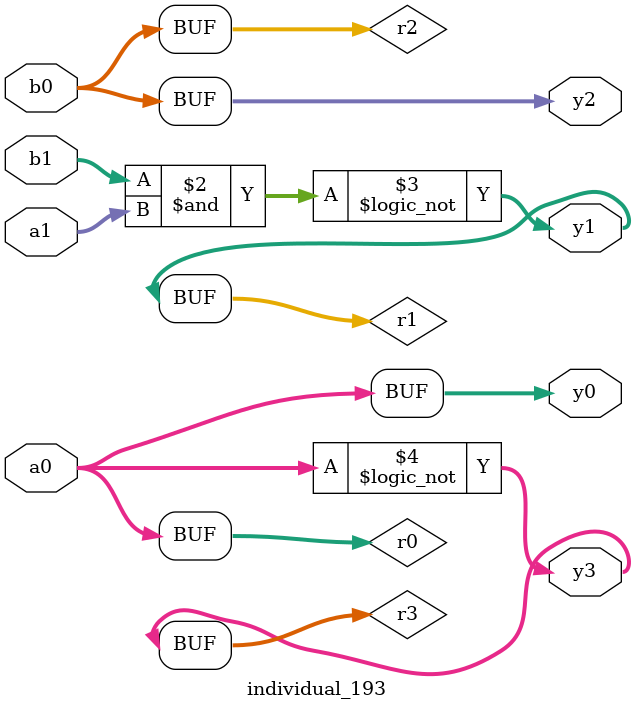
<source format=sv>
module individual_193(input logic [15:0] a1, input logic [15:0] a0, input logic [15:0] b1, input logic [15:0] b0, output logic [15:0] y3, output logic [15:0] y2, output logic [15:0] y1, output logic [15:0] y0);
logic [15:0] r0, r1, r2, r3; 
 always@(*) begin 
	 r0 = a0; r1 = a1; r2 = b0; r3 = b1; 
 	 r3  &=  a1 ;
 	 r1 = ! r3 ;
 	 r3 = ! a0 ;
 	 y3 = r3; y2 = r2; y1 = r1; y0 = r0; 
end
endmodule
</source>
